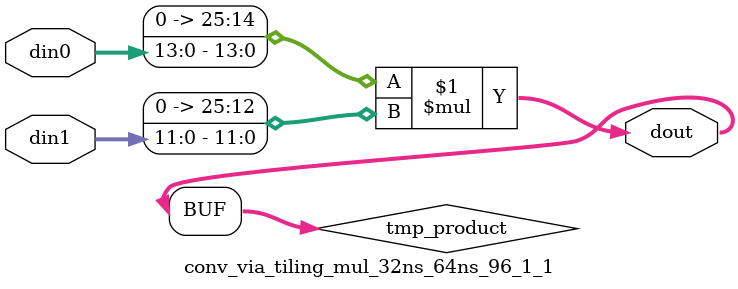
<source format=v>

`timescale 1 ns / 1 ps

 module conv_via_tiling_mul_32ns_64ns_96_1_1(din0, din1, dout);
parameter ID = 1;
parameter NUM_STAGE = 0;
parameter din0_WIDTH = 14;
parameter din1_WIDTH = 12;
parameter dout_WIDTH = 26;

input [din0_WIDTH - 1 : 0] din0; 
input [din1_WIDTH - 1 : 0] din1; 
output [dout_WIDTH - 1 : 0] dout;

wire signed [dout_WIDTH - 1 : 0] tmp_product;
























assign tmp_product = $signed({1'b0, din0}) * $signed({1'b0, din1});











assign dout = tmp_product;





















endmodule

</source>
